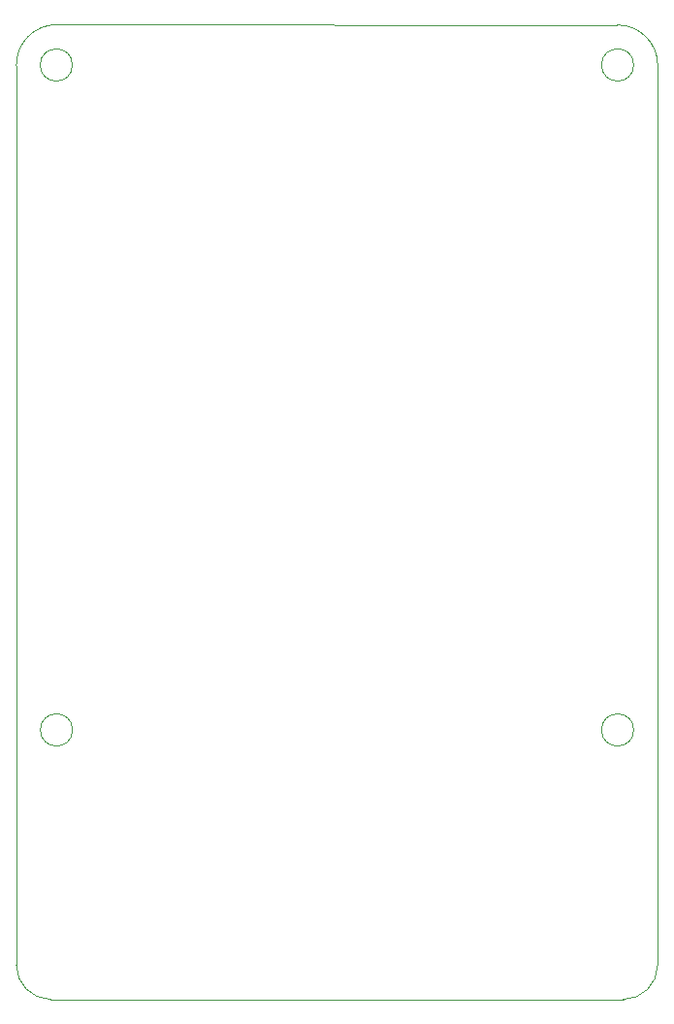
<source format=gbr>
G04 #@! TF.GenerationSoftware,KiCad,Pcbnew,5.1.5+dfsg1-2build2*
G04 #@! TF.CreationDate,2022-07-28T19:41:36+02:00*
G04 #@! TF.ProjectId,digital,64696769-7461-46c2-9e6b-696361645f70,rev?*
G04 #@! TF.SameCoordinates,Original*
G04 #@! TF.FileFunction,Profile,NP*
%FSLAX46Y46*%
G04 Gerber Fmt 4.6, Leading zero omitted, Abs format (unit mm)*
G04 Created by KiCad (PCBNEW 5.1.5+dfsg1-2build2) date 2022-07-28 19:41:36*
%MOMM*%
%LPD*%
G04 APERTURE LIST*
%ADD10C,0.050000*%
G04 APERTURE END LIST*
D10*
X78170001Y-45200000D02*
G75*
G03X78170001Y-45200000I-1403698J0D01*
G01*
X78180001Y-103200000D02*
G75*
G03X78180001Y-103200000I-1403698J0D01*
G01*
X127173698Y-103200000D02*
G75*
G03X127173698Y-103200000I-1403698J0D01*
G01*
X127173698Y-45195724D02*
G75*
G03X127173698Y-45195724I-1403698J0D01*
G01*
X73275000Y-123700000D02*
X73275000Y-45250000D01*
X73275355Y-45249995D02*
G75*
G02X76800000Y-41675000I3524645J49995D01*
G01*
X76275000Y-126700000D02*
G75*
G02X73275000Y-123700000I0J3000000D01*
G01*
X126275000Y-126700000D02*
X76275000Y-126700000D01*
X129275000Y-123700000D02*
G75*
G02X126275000Y-126700000I-3000000J0D01*
G01*
X129275000Y-45225000D02*
X129275000Y-123700000D01*
X76800000Y-41675000D02*
X125700000Y-41700000D01*
X125700005Y-41700355D02*
G75*
G02X129275000Y-45225000I49995J-3524645D01*
G01*
X76860355Y-45225000D02*
G75*
G03X76860355Y-45225000I-35355J0D01*
G01*
M02*

</source>
